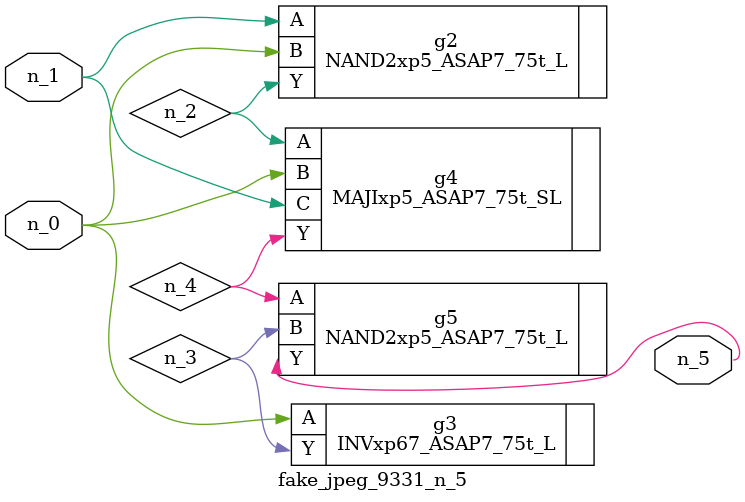
<source format=v>
module fake_jpeg_9331_n_5 (n_0, n_1, n_5);

input n_0;
input n_1;

output n_5;

wire n_3;
wire n_2;
wire n_4;

NAND2xp5_ASAP7_75t_L g2 ( 
.A(n_1),
.B(n_0),
.Y(n_2)
);

INVxp67_ASAP7_75t_L g3 ( 
.A(n_0),
.Y(n_3)
);

MAJIxp5_ASAP7_75t_SL g4 ( 
.A(n_2),
.B(n_0),
.C(n_1),
.Y(n_4)
);

NAND2xp5_ASAP7_75t_L g5 ( 
.A(n_4),
.B(n_3),
.Y(n_5)
);


endmodule
</source>
